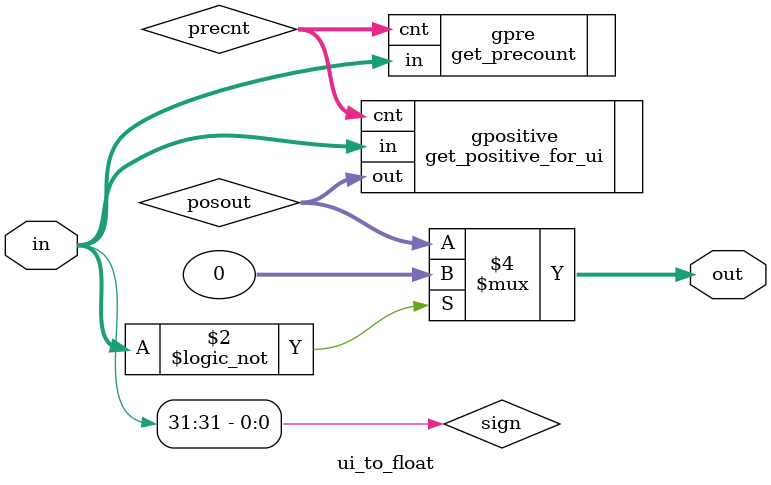
<source format=v>
`timescale 1ns / 1ps


module ui_to_float(in,out);
    input [31:0] in;
    output reg[31:0] out;
    wire sign;
    wire [31:0] posout;
    wire [7:0] precnt;
    
    get_precount gpre(.in(in),.cnt(precnt));
    get_positive_for_ui gpositive(.in(in),.cnt(precnt),.out(posout));

    assign sign = in[31];
    
    always @(*) begin
        if(in == 0) begin
            out = 32'd0;
        end
        else begin
            out = posout;
        end
    end
    
endmodule

</source>
